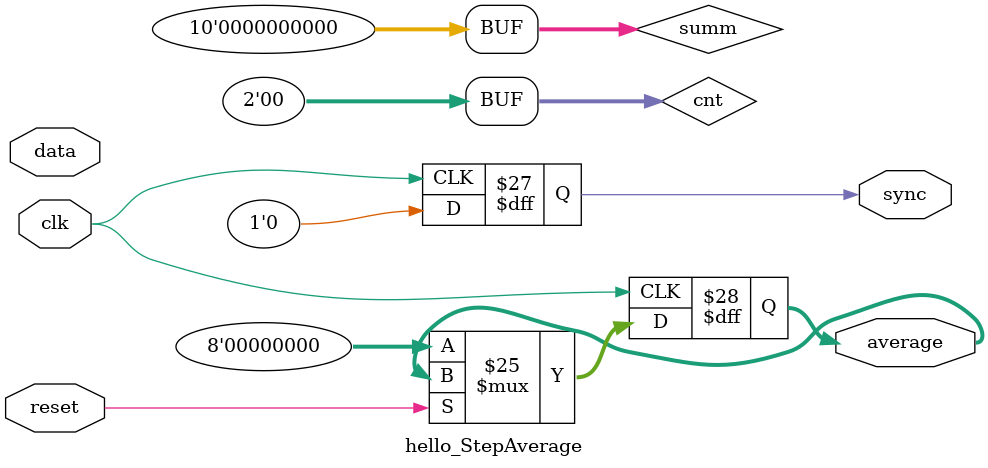
<source format=sv>
module hello_StepAverage #(
    parameter  int unsigned WIDTH     = 8                   , /// Разрядность входных и выходных данных
    parameter  int unsigned SIZE      = 4                   , /// Размер окна для расчета, только степень двойки
    localparam int unsigned CNT_SIZE  = $clog2(SIZE)        , // Почти все функции SystemVerilog доступны. Об этом будет позже в недостатках
    localparam int unsigned SUMM_SIZE = $clog2(SIZE) + WIDTH
) (
    input  logic                    clk    , /// Клоки данных
    input  logic                    reset  , /// Сигнал сброса. Уровень определяется по умолчанию для проекта
    input  bit   signed [WIDTH-1:0] data   , /// Знаковые входные данные
    output logic                    sync   , /// Сигнал синхронизации среднего
    output logic signed [WIDTH-1:0] average /// Среднее за окно
);
    logic [SUMM_SIZE-1:0] summ;
    assign summ = 0;
    logic [CNT_SIZE-1:0]  cnt ;
    assign cnt = 0;

    /// Основной блок расчетов
    always_ff @ (posedge clk) begin
        if (!reset) begin // А вот тут хитро. Второй параметр always_ff должен быть reset, поэтому это условие обязательно, без него ошибка.
            summ    <= 0;
            cnt     <= 0;
            average <= 0;
            sync    <= 0;
        end else begin
            summ <= summ + (data);
            cnt  <= cnt  + (1);
            sync <=  0; // Интересно, что все присвоение внутри always_ff будет <=, об этом написано в документации. Как по мне это минус, что это нельзя контролировать, бывает нужно.
            if (cnt == SIZE) begin // Интересный момент, что для оператора меньше\больше нужно использовать "<:"\">:".
                average <= summ / SIZE;
                sync    <= 1;
                summ    <= 0;
                cnt     <= 0;
            end
        end
    end
endmodule

</source>
